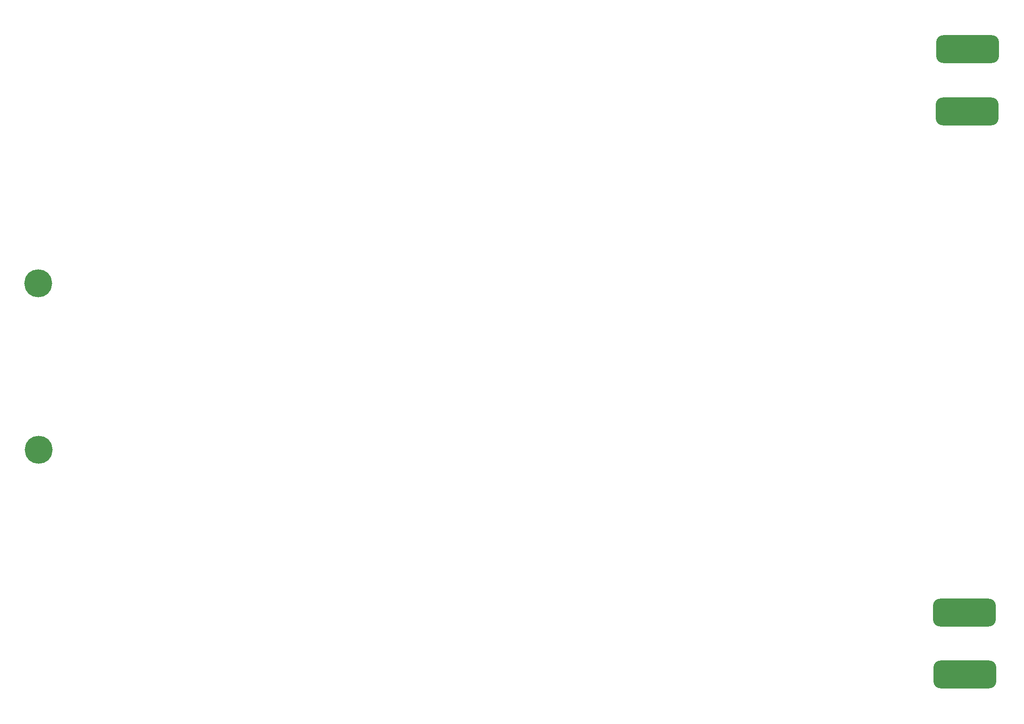
<source format=gbs>
G04*
G04 #@! TF.GenerationSoftware,Altium Limited,Altium Designer,21.9.1 (22)*
G04*
G04 Layer_Color=16711935*
%FSLAX25Y25*%
%MOIN*%
G70*
G04*
G04 #@! TF.SameCoordinates,A70FD659-B22A-45BA-B102-ADB4057F9A3D*
G04*
G04*
G04 #@! TF.FilePolarity,Negative*
G04*
G01*
G75*
G04:AMPARAMS|DCode=18|XSize=204.85mil|YSize=460.76mil|CornerRadius=53.21mil|HoleSize=0mil|Usage=FLASHONLY|Rotation=90.000|XOffset=0mil|YOffset=0mil|HoleType=Round|Shape=RoundedRectangle|*
%AMROUNDEDRECTD18*
21,1,0.20485,0.35433,0,0,90.0*
21,1,0.09843,0.46076,0,0,90.0*
1,1,0.10642,0.17717,0.04921*
1,1,0.10642,0.17717,-0.04921*
1,1,0.10642,-0.17717,-0.04921*
1,1,0.10642,-0.17717,0.04921*
%
%ADD18ROUNDEDRECTD18*%
%ADD19C,0.20485*%
D18*
X819579Y605278D02*
D03*
X820025Y559660D02*
D03*
X822000Y1018000D02*
D03*
X821554Y972382D02*
D03*
D19*
X141118Y724554D02*
D03*
X141000Y846500D02*
D03*
M02*

</source>
